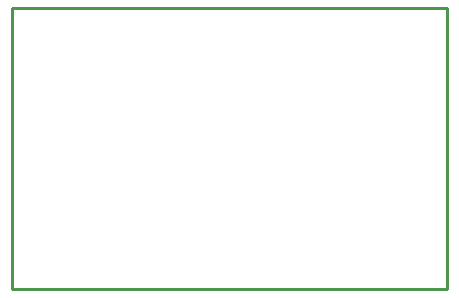
<source format=gbr>
G04 EAGLE Gerber RS-274X export*
G75*
%MOMM*%
%FSLAX34Y34*%
%LPD*%
%INProfile*%
%IPPOS*%
%AMOC8*
5,1,8,0,0,1.08239X$1,22.5*%
G01*
%ADD10C,0.254000*%


D10*
X0Y0D02*
X368100Y0D01*
X368100Y238000D01*
X0Y238000D01*
X0Y0D01*
M02*

</source>
